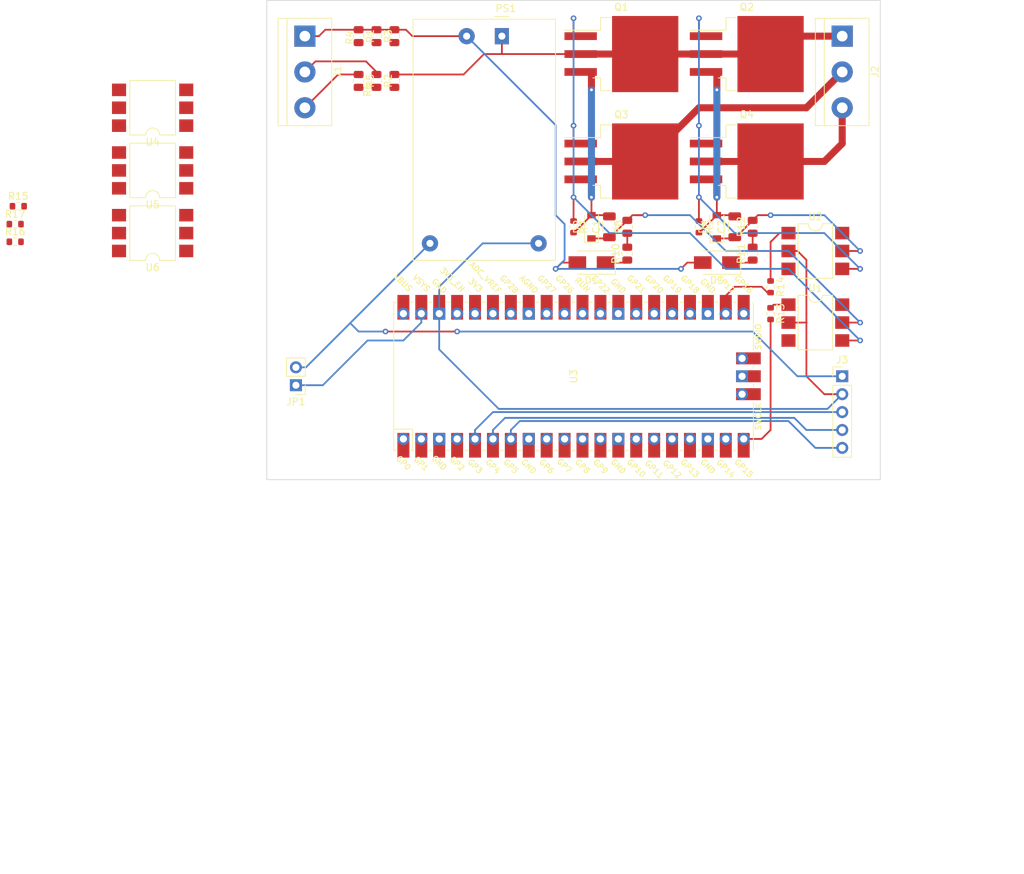
<source format=kicad_pcb>
(kicad_pcb (version 20211014) (generator pcbnew)
  (layers (0 "F.Cu" signal) (31 "B.Cu" signal) (34 "B.Paste" user) (35 "F.Paste" user) (36 "B.SilkS" user "B.Silkscreen") (37 "F.SilkS" user "F.Silkscreen") (38 "B.Mask" user) (39 "F.Mask" user) (44 "Edge.Cuts" user))
  (net 0 "")
  (net 1 "Net-(C2-Pad1)")
  (net 2 "Net-(C2-Pad2)")
  (net 3 "NEUT")
  (net 4 "Net-(D4-Pad1)")
  (net 5 "GND")
  (net 6 "+5V")
  (net 7 "LINE")
  (net 8 "Net-(J2-Pad2)")
  (net 9 "Net-(JP1-Pad1)")
  (net 10 "Net-(Q1-Pad1)")
  (net 11 "Net-(Q3-Pad1)")
  (net 12 "Net-(R1-Pad1)")
  (net 13 "Net-(C1-Pad1)")
  (net 14 "Net-(R2-Pad1)")
  (net 15 "Net-(C1-Pad2)")
  (net 16 "Net-(D3-Pad1)")
  (net 17 "+3V3")
  (net 18 "Net-(R1-Pad2)")
  (net 19 "Net-(J1-Pad3)")
  (net 20 "Net-(R2-Pad2)")
  (net 21 "Net-(R3-Pad1)")
  (net 22 "Net-(R10-Pad2)")
  (net 23 "Net-(R11-Pad2)")
  (net 24 "Net-(R13-Pad2)")
  (net 35 "Net-(J1-Pad4)")
  (net 36 "Net-(J1-Pad5)")
  (net 37 "Net-(R4-Pad1)")
  (net 38 "Net-(R5-Pad1)")
  (net 39 "Net-(J2-Pad3)")
  (net 40 "Net-(R16-Pad2)")
  (net 41 "Net-(J3-Pad2)")
  (net 42 "Net-(J3-Pad3)")
  (net 43 "Net-(R17-Pad2)")
  (net 44 "Net-(R14-Pad2)")
  (net 45 "Net-(R15-Pad2)")
  (net 78 "Net-(U5-Pad1)")
  (footprint "Diode_SMD:D_SOD-123" (layer "F.Cu") (at 170.18 82.93 90)
    (fp_text reference "D4")
    (fp_text value "10V/0.4W")
  )
  (footprint "Resistor_SMD:R_0603_1608Metric" (layer "F.Cu") (at 70.675 85.06)
    (fp_text reference "R16")
    (fp_text value "10KΩ")
  )
  (footprint "Diode_SMD:D_SMA" (layer "F.Cu") (at 170.18 88.01 180)
    (fp_text reference "D3")
    (fp_text value "1N4007")
  )
  (footprint "TerminalBlock:TerminalBlock_bornier-3_P5.08mm" (layer "F.Cu") (at 111.76 55.88 -90)
    (fp_text reference "J1")
    (fp_text value "Screw_Terminal_01x03")
  )
  (footprint "Resistor_SMD:R_0603_1608Metric" (layer "F.Cu") (at 177.8 91.44 -90)
    (fp_text reference "R14")
    (fp_text value "330Ω")
  )
  (footprint "Package_TO_SOT_SMD:TO-263-3_TabPin2" (layer "F.Cu") (at 156.645 58.42)
    (fp_text reference "Q1")
    (fp_text value "IRF830")
  )
  (footprint "Resistor_SMD:R_0805_2012Metric" (layer "F.Cu") (at 175.26 82.93 90)
    (fp_text reference "R12")
    (fp_text value "33KΩ/0.5W")
  )
  (footprint "Resistor_SMD:R_0603_1608Metric" (layer "F.Cu") (at 70.675 82.55)
    (fp_text reference "R17")
    (fp_text value "10KΩ")
  )
  (footprint "Resistor_SMD:R_0603_1608Metric" (layer "F.Cu") (at 167.64 82.93 -90)
    (fp_text reference "R9")
    (fp_text value "22KΩ")
  )
  (footprint "Diode_SMD:D_SOD-123" (layer "F.Cu") (at 152.4 82.93 90)
    (fp_text reference "D2")
    (fp_text value "10V/0.4W")
  )
  (footprint "Resistor_SMD:R_0805_2012Metric" (layer "F.Cu") (at 121.92 62.23 -90)
    (fp_text reference "R2")
    (fp_text value "33KΩ/0.5W")
  )
  (footprint "Package_TO_SOT_SMD:TO-263-3_TabPin2" (layer "F.Cu") (at 174.425 58.42)
    (fp_text reference "Q2")
    (fp_text value "IRF830")
  )
  (footprint "Resistor_SMD:R_0805_2012Metric" (layer "F.Cu") (at 157.48 86.74 90)
    (fp_text reference "R10")
    (fp_text value "33KΩ/0.5W")
  )
  (footprint "Resistor_SMD:R_0805_2012Metric" (layer "F.Cu") (at 121.92 55.88 -90)
    (fp_text reference "R3")
    (fp_text value "33KΩ/0.5W")
  )
  (footprint "Resistor_SMD:R_0805_2012Metric" (layer "F.Cu") (at 124.46 55.88 -90)
    (fp_text reference "R4")
    (fp_text value "33KΩ/0.5W")
  )
  (footprint "Capacitor_SMD:C_1206_3216Metric" (layer "F.Cu") (at 154.94 82.93 90)
    (fp_text reference "C1")
    (fp_text value "2.2uF/63V")
  )
  (footprint "Resistor_SMD:R_0805_2012Metric" (layer "F.Cu") (at 119.38 62.23 -90)
    (fp_text reference "R5")
    (fp_text value "33KΩ/0.5W")
  )
  (footprint "Resistor_SMD:R_0805_2012Metric" (layer "F.Cu") (at 157.48 82.93 90)
    (fp_text reference "R8")
    (fp_text value "33KΩ/0.5W")
  )
  (footprint "Diode_SMD:D_SMA" (layer "F.Cu") (at 152.4 88.01 180)
    (fp_text reference "D1")
    (fp_text value "1N4007")
  )
  (footprint "Resistor_SMD:R_0603_1608Metric" (layer "F.Cu") (at 149.86 82.93 -90)
    (fp_text reference "R7")
    (fp_text value "22KΩ")
  )
  (footprint "Connector_PinHeader_2.54mm:PinHeader_1x02_P2.54mm_Vertical" (layer "F.Cu") (at 110.49 105.41 180)
    (fp_text reference "JP1")
    (fp_text value "Jumper_2_Bridged")
  )
  (footprint "MCU_RaspberryPi_and_Boards:RPi_Pico_SMD_TH" (layer "F.Cu") (at 149.86 104.14 90)
    (fp_text reference "U3")
    (fp_text value "Pico")
  )
  (footprint "Resistor_SMD:R_0603_1608Metric" (layer "F.Cu") (at 71.12 80.01)
    (fp_text reference "R15")
    (fp_text value "10KΩ")
  )
  (footprint "Resistor_SMD:R_0603_1608Metric" (layer "F.Cu") (at 177.8 95.25 -90)
    (fp_text reference "R13")
    (fp_text value "330Ω")
  )
  (footprint "TerminalBlock:TerminalBlock_bornier-3_P5.08mm" (layer "F.Cu") (at 187.96 55.88 -90)
    (fp_text reference "J2")
    (fp_text value "Screw_Terminal_01x03")
  )
  (footprint "Package_TO_SOT_SMD:TO-263-3_TabPin2" (layer "F.Cu") (at 156.645 73.66)
    (fp_text reference "Q3")
    (fp_text value "IRF830")
  )
  (footprint "Package_DIP:SMDIP-6_W9.53mm" (layer "F.Cu") (at 90.17 74.93 180)
    (fp_text reference "U5")
    (fp_text value "H11AA1")
  )
  (footprint "Resistor_SMD:R_0805_2012Metric" (layer "F.Cu") (at 175.26 86.74 90)
    (fp_text reference "R11")
    (fp_text value "33KΩ/0.5W")
  )
  (footprint "Resistor_SMD:R_0805_2012Metric" (layer "F.Cu") (at 119.38 55.88 -90)
    (fp_text reference "R1")
    (fp_text value "33KΩ/0.5W")
  )
  (footprint "Package_DIP:SMDIP-6_W7.62mm" (layer "F.Cu") (at 184.15 86.36)
    (fp_text reference "U2")
    (fp_text value "4N35")
  )
  (footprint "Package_DIP:SMDIP-6_W9.53mm" (layer "F.Cu") (at 90.17 83.82 180)
    (fp_text reference "U6")
    (fp_text value "H11AA1")
  )
  (footprint "Package_DIP:SMDIP-6_W9.53mm" (layer "F.Cu") (at 90.17 66.04 180)
    (fp_text reference "U4")
    (fp_text value "H11AA1")
  )
  (footprint "Connector_PinHeader_2.54mm:PinHeader_1x05_P2.54mm_Vertical" (layer "F.Cu") (at 187.96 104.14)
    (fp_text reference "J3")
    (fp_text value "Conn_01x05_Male")
  )
  (footprint "Capacitor_SMD:C_1206_3216Metric" (layer "F.Cu") (at 172.72 82.93 90)
    (fp_text reference "C2")
    (fp_text value "2.2uF/63V")
  )
  (footprint "Package_DIP:SMDIP-6_W7.62mm" (layer "F.Cu") (at 184.15 96.52)
    (fp_text reference "U1")
    (fp_text value "4N35")
  )
  (footprint "Resistor_SMD:R_0805_2012Metric" (layer "F.Cu") (at 124.46 62.23 -90)
    (fp_text reference "R6")
    (fp_text value "33KΩ/0.5W")
  )
  (footprint "Converter_ACDC:Converter_ACDC_HiLink_HLK-PMxx" (layer "F.Cu") (at 139.7 55.88 -90)
    (fp_text reference "PS1")
    (fp_text value "HLK-PM01")
  )
  (footprint "Package_TO_SOT_SMD:TO-263-3_TabPin2" (layer "F.Cu") (at 174.425 73.66)
    (fp_text reference "Q4")
    (fp_text value "IRF830")
  )
  (gr_line locked (start 106.36 50.8) (end 193.36 50.8) (layer "Edge.Cuts") (width 0.1))
  (gr_line locked (start 106.36 118.8) (end 106.36 50.8) (layer "Edge.Cuts") (width 0.1))
  (gr_line locked (start 193.36 118.8) (end 193.36 50.8) (layer "Edge.Cuts") (width 0.1))
  (gr_line locked (start 106.36 118.8) (end 193.36 118.8) (layer "Edge.Cuts") (width 0.1))
  (segment (start 190.5 86.36) (end 187.96 86.36) (width 0.25) (layer "F.Cu") (net 1))
  (segment (start 172.8725 84.405) (end 175.26 82.0175) (width 0.25) (layer "F.Cu") (net 1))
  (segment (start 172.72 84.405) (end 172.545 84.58) (width 0.25) (layer "F.Cu") (net 1))
  (segment (start 175.26 82.0175) (end 175.9975 81.28) (width 0.25) (layer "F.Cu") (net 1))
  (segment (start 172.72 84.405) (end 172.8725 84.405) (width 0.25) (layer "F.Cu") (net 1))
  (segment (start 172.545 84.58) (end 170.18 84.58) (width 0.25) (layer "F.Cu") (net 1))
  (segment (start 175.9975 81.28) (end 177.8 81.28) (width 0.25) (layer "F.Cu") (net 1))
  (via (at 177.8 81.28) (size 0.8) (drill 0.4) (layers "F.Cu" "B.Cu") (net 1))
  (via (at 190.5 86.36) (size 0.8) (drill 0.4) (layers "F.Cu" "B.Cu") (net 1))
  (segment (start 177.8 81.28) (end 180.34 81.28) (width 0.25) (layer "B.Cu") (net 1))
  (segment (start 185.42 81.28) (end 190.5 86.36) (width 0.25) (layer "B.Cu") (net 1))
  (segment (start 180.34 81.28) (end 185.42 81.28) (width 0.25) (layer "B.Cu") (net 1))
  (segment (start 172.545 81.28) (end 170.18 81.28) (width 0.25) (layer "F.Cu") (net 2))
  (segment (start 170.18 63.5) (end 170.18 60.96) (width 1) (layer "F.Cu") (net 2))
  (segment (start 167.64 83.755) (end 167.705 83.755) (width 0.25) (layer "F.Cu") (net 2))
  (segment (start 172.72 81.455) (end 172.545 81.28) (width 0.25) (layer "F.Cu") (net 2))
  (segment (start 170.18 78.74) (end 170.18 76.2) (width 1) (layer "F.Cu") (net 2))
  (segment (start 170.18 81.28) (end 170.18 78.74) (width 0.25) (layer "F.Cu") (net 2))
  (segment (start 167.705 83.755) (end 170.18 81.28) (width 0.25) (layer "F.Cu") (net 2))
  (via (at 170.18 63.5) (size 0.8) (drill 0.4) (layers "F.Cu" "B.Cu") (net 2))
  (via (at 170.18 78.74) (size 0.8) (drill 0.4) (layers "F.Cu" "B.Cu") (net 2))
  (segment (start 170.18 78.74) (end 170.18 63.5) (width 1) (layer "B.Cu") (net 2))
  (segment (start 124.46 54.9675) (end 126.0875 54.9675) (width 0.25) (layer "F.Cu") (net 3))
  (segment (start 127 55.88) (end 134.7 55.88) (width 0.25) (layer "F.Cu") (net 3))
  (segment (start 124.46 54.9675) (end 121.92 54.9675) (width 0.25) (layer "F.Cu") (net 3))
  (segment (start 165.99 88.01) (end 168.18 88.01) (width 0.25) (layer "F.Cu") (net 3))
  (segment (start 165.1 88.9) (end 165.99 88.01) (width 0.25) (layer "F.Cu") (net 3))
  (segment (start 114.6575 54.9675) (end 113.745 55.88) (width 0.25) (layer "F.Cu") (net 3))
  (segment (start 113.745 55.88) (end 111.76 55.88) (width 0.25) (layer "F.Cu") (net 3))
  (segment (start 150.4 88.01) (end 148.21 88.01) (width 0.25) (layer "F.Cu") (net 3))
  (segment (start 126.0875 54.9675) (end 127 55.88) (width 0.25) (layer "F.Cu") (net 3))
  (segment (start 119.38 54.9675) (end 114.6575 54.9675) (width 0.25) (layer "F.Cu") (net 3))
  (segment (start 121.92 54.9675) (end 119.38 54.9675) (width 0.25) (layer "F.Cu") (net 3))
  (segment (start 148.21 88.01) (end 147.32 88.9) (width 0.25) (layer "F.Cu") (net 3))
  (via (at 165.1 88.9) (size 0.8) (drill 0.4) (layers "F.Cu" "B.Cu") (net 3))
  (via (at 147.32 88.9) (size 0.8) (drill 0.4) (layers "F.Cu" "B.Cu") (net 3))
  (segment (start 147.32 88.9) (end 165.1 88.9) (width 0.25) (layer "B.Cu") (net 3))
  (segment (start 147.32 81.28) (end 147.32 68.5) (width 0.25) (layer "B.Cu") (net 3))
  (segment (start 148.59 82.55) (end 147.32 81.28) (width 0.25) (layer "B.Cu") (net 3))
  (segment (start 148.59 87.63) (end 148.59 82.55) (width 0.25) (layer "B.Cu") (net 3))
  (segment (start 147.32 68.5) (end 134.7 55.88) (width 0.25) (layer "B.Cu") (net 3))
  (segment (start 147.32 88.9) (end 148.59 87.63) (width 0.25) (layer "B.Cu") (net 3))
  (segment (start 174.9025 88.01) (end 175.26 87.6525) (width 0.25) (layer "F.Cu") (net 4))
  (segment (start 172.18 88.01) (end 174.9025 88.01) (width 0.25) (layer "F.Cu") (net 4))
  (segment (start 182.88 87.63) (end 182.88 95.25) (width 0.25) (layer "F.Cu") (net 5))
  (segment (start 182.88 96.52) (end 182.88 104.14) (width 0.25) (layer "F.Cu") (net 5))
  (segment (start 181.61 86.36) (end 182.88 87.63) (width 0.25) (layer "F.Cu") (net 5))
  (segment (start 185.42 106.68) (end 187.96 106.68) (width 0.25) (layer "F.Cu") (net 5))
  (segment (start 180.34 86.36) (end 181.61 86.36) (width 0.25) (layer "F.Cu") (net 5))
  (segment (start 181.61 96.52) (end 180.34 96.52) (width 0.25) (layer "F.Cu") (net 5))
  (segment (start 181.61 96.52) (end 182.88 96.52) (width 0.25) (layer "F.Cu") (net 5))
  (segment (start 182.88 104.14) (end 185.42 106.68) (width 0.25) (layer "F.Cu") (net 5))
  (segment (start 182.88 95.25) (end 182.88 96.52) (width 0.25) (layer "F.Cu") (net 5))
  (segment (start 139.25048 108.77048) (end 130.81 100.33) (width 0.25) (layer "B.Cu") (net 5))
  (segment (start 130.81 100.33) (end 130.81 95.25) (width 0.25) (layer "B.Cu") (net 5))
  (segment (start 130.81 91.44) (end 136.97 85.28) (width 0.25) (layer "B.Cu") (net 5))
  (segment (start 130.81 95.25) (end 130.81 91.44) (width 0.25) (layer "B.Cu") (net 5))
  (segment (start 185.86952 108.77048) (end 139.25048 108.77048) (width 0.25) (layer "B.Cu") (net 5))
  (segment (start 187.96 106.68) (end 185.86952 108.77048) (width 0.25) (layer "B.Cu") (net 5))
  (segment (start 136.97 85.28) (end 144.9 85.28) (width 0.25) (layer "B.Cu") (net 5))
  (segment (start 133.35 97.79) (end 123.19 97.79) (width 0.25) (layer "F.Cu") (net 6))
  (via (at 133.35 97.79) (size 0.8) (drill 0.4) (layers "F.Cu" "B.Cu") (net 6))
  (via (at 123.19 97.79) (size 0.8) (drill 0.4) (layers "F.Cu" "B.Cu") (net 6))
  (segment (start 118.185 96.595) (end 111.91 102.87) (width 0.25) (layer "B.Cu") (net 6))
  (segment (start 129.5 85.28) (end 118.185 96.595) (width 0.25) (layer "B.Cu") (net 6))
  (segment (start 123.19 97.79) (end 119.38 97.79) (width 0.25) (layer "B.Cu") (net 6))
  (segment (start 111.91 102.87) (end 110.49 102.87) (width 0.25) (layer "B.Cu") (net 6))
  (segment (start 187.96 104.14) (end 181.61 104.14) (width 0.25) (layer "B.Cu") (net 6))
  (segment (start 119.38 97.79) (end 118.185 96.595) (width 0.25) (layer "B.Cu") (net 6))
  (segment (start 175.26 97.79) (end 133.35 97.79) (width 0.25) (layer "B.Cu") (net 6))
  (segment (start 181.61 104.14) (end 175.26 97.79) (width 0.25) (layer "B.Cu") (net 6))
  (segment (start 134.2625 61.3175) (end 124.46 61.3175) (width 0.25) (layer "F.Cu") (net 7))
  (segment (start 150.87 58.42) (end 160.02 58.42) (width 1) (layer "F.Cu") (net 7))
  (segment (start 160.02 58.42) (end 168.65 58.42) (width 1) (layer "F.Cu") (net 7))
  (segment (start 137.16 58.42) (end 134.2625 61.3175) (width 0.25) (layer "F.Cu") (net 7))
  (segment (start 177.8 58.42) (end 180.34 55.88) (width 1) (layer "F.Cu") (net 7))
  (segment (start 180.34 55.88) (end 187.96 55.88) (width 1) (layer "F.Cu") (net 7))
  (segment (start 139.7 58.42) (end 139.7 55.88) (width 0.25) (layer "F.Cu") (net 7))
  (segment (start 150.87 58.42) (end 139.7 58.42) (width 0.25) (layer "F.Cu") (net 7))
  (segment (start 168.65 58.42) (end 177.8 58.42) (width 1) (layer "F.Cu") (net 7))
  (segment (start 139.7 58.42) (end 137.16 58.42) (width 0.25) (layer "F.Cu") (net 7))
  (segment (start 167.64 66.04) (end 182.88 66.04) (width 1) (layer "F.Cu") (net 8))
  (segment (start 160.02 73.66) (end 167.64 66.04) (width 1) (layer "F.Cu") (net 8))
  (segment (start 182.88 66.04) (end 187.96 60.96) (width 1) (layer "F.Cu") (net 8))
  (segment (start 150.87 73.66) (end 160.02 73.66) (width 1) (layer "F.Cu") (net 8))
  (segment (start 114.3 105.41) (end 110.49 105.41) (width 0.25) (layer "B.Cu") (net 9))
  (segment (start 120.65 99.06) (end 114.3 105.41) (width 0.25) (layer "B.Cu") (net 9))
  (segment (start 128.27 96.52) (end 125.73 99.06) (width 0.25) (layer "B.Cu") (net 9))
  (segment (start 125.73 99.06) (end 120.65 99.06) (width 0.25) (layer "B.Cu") (net 9))
  (segment (start 128.27 95.25) (end 128.27 96.52) (width 0.25) (layer "B.Cu") (net 9))
  (segment (start 149.86 71.12) (end 150.87 71.12) (width 0.25) (layer "F.Cu") (net 10))
  (segment (start 149.86 55.88) (end 149.86 53.34) (width 0.25) (layer "F.Cu") (net 10))
  (segment (start 190.5 99.06) (end 187.96 99.06) (width 0.25) (layer "F.Cu") (net 10))
  (segment (start 150.87 55.88) (end 149.86 55.88) (width 0.25) (layer "F.Cu") (net 10))
  (segment (start 149.86 78.74) (end 149.86 82.105) (width 0.25) (layer "F.Cu") (net 10))
  (segment (start 149.86 68.58) (end 149.86 71.12) (width 0.25) (layer "F.Cu") (net 10))
  (via (at 149.86 53.34) (size 0.8) (drill 0.4) (layers "F.Cu" "B.Cu") (net 10))
  (via (at 190.5 99.06) (size 0.8) (drill 0.4) (layers "F.Cu" "B.Cu") (net 10))
  (via (at 149.86 68.58) (size 0.8) (drill 0.4) (layers "F.Cu" "B.Cu") (net 10))
  (via (at 149.86 78.74) (size 0.8) (drill 0.4) (layers "F.Cu" "B.Cu") (net 10))
  (segment (start 171.45 88.9) (end 172.72 88.9) (width 0.25) (layer "B.Cu") (net 10))
  (segment (start 190.5 99.06) (end 180.34 88.9) (width 0.25) (layer "B.Cu") (net 10))
  (segment (start 154.94 83.82) (end 166.37 83.82) (width 0.25) (layer "B.Cu") (net 10))
  (segment (start 149.86 53.34) (end 149.86 68.58) (width 0.25) (layer "B.Cu") (net 10))
  (segment (start 149.86 68.58) (end 149.86 78.74) (width 0.25) (layer "B.Cu") (net 10))
  (segment (start 154.94 83.82) (end 149.86 78.74) (width 0.25) (layer "B.Cu") (net 10))
  (segment (start 171.45 88.9) (end 166.37 83.82) (width 0.25) (layer "B.Cu") (net 10))
  (segment (start 180.34 88.9) (end 172.72 88.9) (width 0.25) (layer "B.Cu") (net 10))
  (segment (start 167.64 55.88) (end 167.64 53.34) (width 0.25) (layer "F.Cu") (net 11))
  (segment (start 168.65 55.88) (end 167.64 55.88) (width 0.25) (layer "F.Cu") (net 11))
  (segment (start 167.64 68.58) (end 167.64 71.12) (width 0.25) (layer "F.Cu") (net 11))
  (segment (start 167.64 78.74) (end 167.64 82.105) (width 0.25) (layer "F.Cu") (net 11))
  (segment (start 190.5 88.9) (end 187.96 88.9) (width 0.25) (layer "F.Cu") (net 11))
  (via (at 167.64 53.34) (size 0.8) (drill 0.4) (layers "F.Cu" "B.Cu") (net 11))
  (via (at 167.64 78.74) (size 0.8) (drill 0.4) (layers "F.Cu" "B.Cu") (net 11))
  (via (at 167.64 68.58) (size 0.8) (drill 0.4) (layers "F.Cu" "B.Cu") (net 11))
  (via (at 190.5 88.9) (size 0.8) (drill 0.4) (layers "F.Cu" "B.Cu") (net 11))
  (segment (start 167.64 68.58) (end 167.64 78.74) (width 0.25) (layer "B.Cu") (net 11))
  (segment (start 167.64 53.34) (end 167.64 68.58) (width 0.25) (layer "B.Cu") (net 11))
  (segment (start 184.15 83.82) (end 185.42 83.82) (width 0.25) (layer "B.Cu") (net 11))
  (segment (start 167.64 78.74) (end 172.72 83.82) (width 0.25) (layer "B.Cu") (net 11))
  (segment (start 185.42 83.82) (end 190.5 88.9) (width 0.25) (layer "B.Cu") (net 11))
  (segment (start 172.72 83.82) (end 184.15 83.82) (width 0.25) (layer "B.Cu") (net 11))
  (segment (start 180.34 93.98) (end 178.245 93.98) (width 0.25) (layer "F.Cu") (net 12))
  (segment (start 178.245 93.98) (end 177.8 94.425) (width 0.25) (layer "F.Cu") (net 12))
  (segment (start 158.75 81.28) (end 160.02 81.28) (width 0.25) (layer "F.Cu") (net 13))
  (segment (start 190.5 96.52) (end 187.96 96.52) (width 0.25) (layer "F.Cu") (net 13))
  (segment (start 154.765 84.58) (end 152.4 84.58) (width 0.25) (layer "F.Cu") (net 13))
  (segment (start 158.2175 81.28) (end 157.48 82.0175) (width 0.25) (layer "F.Cu") (net 13))
  (segment (start 155.0925 84.405) (end 157.48 82.0175) (width 0.25) (layer "F.Cu") (net 13))
  (segment (start 154.94 84.405) (end 155.0925 84.405) (width 0.25) (layer "F.Cu") (net 13))
  (segment (start 154.94 84.405) (end 154.765 84.58) (width 0.25) (layer "F.Cu") (net 13))
  (segment (start 160.02 81.28) (end 158.2175 81.28) (width 0.25) (layer "F.Cu") (net 13))
  (via (at 160.02 81.28) (size 0.8) (drill 0.4) (layers "F.Cu" "B.Cu") (net 13))
  (via (at 190.5 96.52) (size 0.8) (drill 0.4) (layers "F.Cu" "B.Cu") (net 13))
  (segment (start 166.37 81.28) (end 171.45 86.36) (width 0.25) (layer "B.Cu") (net 13))
  (segment (start 180.34 86.36) (end 190.5 96.52) (width 0.25) (layer "B.Cu") (net 13))
  (segment (start 171.45 86.36) (end 180.34 86.36) (width 0.25) (layer "B.Cu") (net 13))
  (segment (start 160.02 81.28) (end 166.37 81.28) (width 0.25) (layer "B.Cu") (net 13))
  (segment (start 177.8 85.09) (end 177.8 90.615) (width 0.25) (layer "F.Cu") (net 14))
  (segment (start 179.07 83.82) (end 177.8 85.09) (width 0.25) (layer "F.Cu") (net 14))
  (segment (start 180.34 83.82) (end 179.07 83.82) (width 0.25) (layer "F.Cu") (net 14))
  (segment (start 152.4 78.74) (end 152.4 76.2) (width 1) (layer "F.Cu") (net 15))
  (segment (start 152.4 81.28) (end 152.4 78.74) (width 0.25) (layer "F.Cu") (net 15))
  (segment (start 152.4 60.96) (end 152.4 63.5) (width 1) (layer "F.Cu") (net 15))
  (segment (start 149.86 83.755) (end 149.925 83.755) (width 0.25) (layer "F.Cu") (net 15))
  (segment (start 154.94 81.455) (end 154.765 81.28) (width 0.25) (layer "F.Cu") (net 15))
  (segment (start 149.925 83.755) (end 152.4 81.28) (width 0.25) (layer "F.Cu") (net 15))
  (segment (start 154.765 81.28) (end 152.4 81.28) (width 0.25) (layer "F.Cu") (net 15))
  (via (at 152.4 63.5) (size 0.8) (drill 0.4) (layers "F.Cu" "B.Cu") (net 15))
  (via (at 152.4 78.74) (size 0.8) (drill 0.4) (layers "F.Cu" "B.Cu") (net 15))
  (segment (start 152.4 63.5) (end 152.4 78.74) (width 1) (layer "B.Cu") (net 15))
  (segment (start 154.4 88.01) (end 157.1225 88.01) (width 0.25) (layer "F.Cu") (net 16))
  (segment (start 157.1225 88.01) (end 157.48 87.6525) (width 0.25) (layer "F.Cu") (net 16))
  (segment (start 176.53 113.03) (end 173.99 113.03) (width 0.25) (layer "F.Cu") (net 18))
  (segment (start 177.8 96.075) (end 177.8 111.76) (width 0.25) (layer "F.Cu") (net 18))
  (segment (start 177.8 111.76) (end 176.53 113.03) (width 0.25) (layer "F.Cu") (net 18))
  (segment (start 138.43 109.22) (end 135.89 111.76) (width 0.25) (layer "B.Cu") (net 19))
  (segment (start 135.89 111.76) (end 135.89 113.03) (width 0.25) (layer "B.Cu") (net 19))
  (segment (start 187.96 109.22) (end 138.43 109.22) (width 0.25) (layer "B.Cu") (net 19))
  (segment (start 177.355 92.265) (end 176.53 91.44) (width 0.25) (layer "F.Cu") (net 20))
  (segment (start 176.53 91.44) (end 172.72 91.44) (width 0.25) (layer "F.Cu") (net 20))
  (segment (start 172.72 91.44) (end 171.45 92.71) (width 0.25) (layer "F.Cu") (net 20))
  (segment (start 171.45 92.71) (end 171.45 95.25) (width 0.25) (layer "F.Cu") (net 20))
  (segment (start 177.8 92.265) (end 177.355 92.265) (width 0.25) (layer "F.Cu") (net 20))
  (segment (start 140.14952 110.04048) (end 138.43 111.76) (width 0.25) (layer "B.Cu") (net 35))
  (segment (start 138.43 111.76) (end 138.43 113.03) (width 0.25) (layer "B.Cu") (net 35))
  (segment (start 182.88 111.76) (end 181.16048 110.04048) (width 0.25) (layer "B.Cu") (net 35))
  (segment (start 187.96 111.76) (end 182.88 111.76) (width 0.25) (layer "B.Cu") (net 35))
  (segment (start 181.16048 110.04048) (end 140.14952 110.04048) (width 0.25) (layer "B.Cu") (net 35))
  (segment (start 142.24 110.49) (end 140.97 111.76) (width 0.25) (layer "B.Cu") (net 36))
  (segment (start 140.97 111.76) (end 140.97 113.03) (width 0.25) (layer "B.Cu") (net 36))
  (segment (start 184.15 114.3) (end 180.34 110.49) (width 0.25) (layer "B.Cu") (net 36))
  (segment (start 180.34 110.49) (end 142.24 110.49) (width 0.25) (layer "B.Cu") (net 36))
  (segment (start 187.96 114.3) (end 184.15 114.3) (width 0.25) (layer "B.Cu") (net 36))
  (segment (start 168.65 73.66) (end 177.8 73.66) (width 1) (layer "F.Cu") (net 39))
  (segment (start 187.96 71.12) (end 187.96 66.04) (width 1) (layer "F.Cu") (net 39))
  (segment (start 185.42 73.66) (end 187.96 71.12) (width 1) (layer "F.Cu") (net 39))
  (segment (start 177.8 73.66) (end 185.42 73.66) (width 1) (layer "F.Cu") (net 39))
  (segment (start 157.48 85.8275) (end 157.48 83.8425) (width 0.25) (layer "F.Cu") (net 40))
  (segment (start 121.92 60.96) (end 120.42 59.46) (width 0.25) (layer "F.Cu") (net 41))
  (segment (start 113.26 59.46) (end 111.76 60.96) (width 0.25) (layer "F.Cu") (net 41))
  (segment (start 120.42 59.46) (end 113.26 59.46) (width 0.25) (layer "F.Cu") (net 41))
  (segment (start 121.92 61.3175) (end 121.92 60.96) (width 0.25) (layer "F.Cu") (net 41))
  (segment (start 116.4825 61.3175) (end 111.76 66.04) (width 0.25) (layer "F.Cu") (net 42))
  (segment (start 119.38 61.3175) (end 116.4825 61.3175) (width 0.25) (layer "F.Cu") (net 42))
  (segment (start 175.26 83.8425) (end 175.26 85.8275) (width 0.25) (layer "F.Cu") (net 43))
)
</source>
